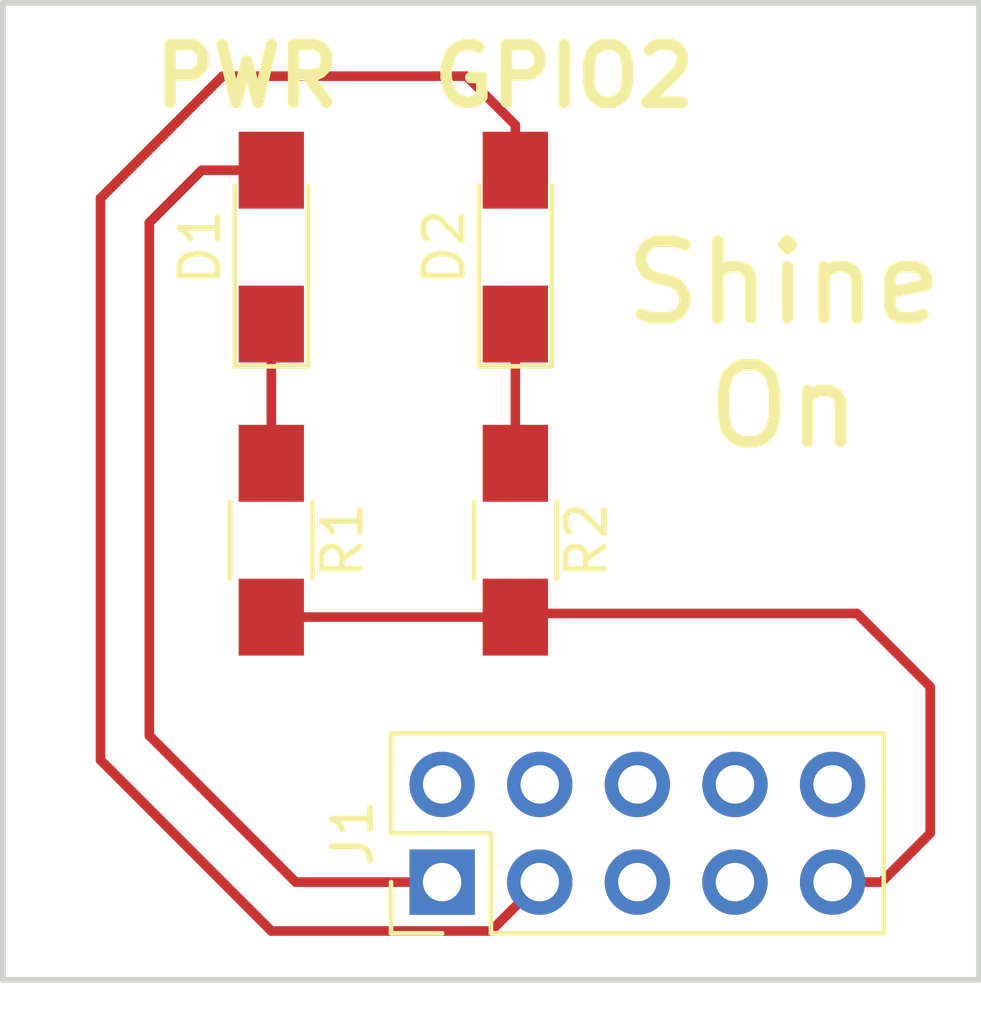
<source format=kicad_pcb>
(kicad_pcb (version 4) (host pcbnew 4.0.6)

  (general
    (links 6)
    (no_connects 0)
    (area 149.784999 110.414999 175.335001 135.965001)
    (thickness 1.6)
    (drawings 7)
    (tracks 22)
    (zones 0)
    (modules 5)
    (nets 13)
  )

  (page A4)
  (layers
    (0 F.Cu signal)
    (31 B.Cu signal)
    (32 B.Adhes user)
    (33 F.Adhes user)
    (34 B.Paste user)
    (35 F.Paste user)
    (36 B.SilkS user)
    (37 F.SilkS user)
    (38 B.Mask user)
    (39 F.Mask user)
    (40 Dwgs.User user)
    (41 Cmts.User user)
    (42 Eco1.User user)
    (43 Eco2.User user)
    (44 Edge.Cuts user)
    (45 Margin user)
    (46 B.CrtYd user)
    (47 F.CrtYd user)
    (48 B.Fab user)
    (49 F.Fab user)
  )

  (setup
    (last_trace_width 0.25)
    (trace_clearance 0.2)
    (zone_clearance 0.508)
    (zone_45_only no)
    (trace_min 0.2)
    (segment_width 0.2)
    (edge_width 0.15)
    (via_size 0.6)
    (via_drill 0.4)
    (via_min_size 0.4)
    (via_min_drill 0.3)
    (uvia_size 0.3)
    (uvia_drill 0.1)
    (uvias_allowed no)
    (uvia_min_size 0.2)
    (uvia_min_drill 0.1)
    (pcb_text_width 0.3)
    (pcb_text_size 1.5 1.5)
    (mod_edge_width 0.15)
    (mod_text_size 1 1)
    (mod_text_width 0.15)
    (pad_size 1.524 1.524)
    (pad_drill 0.762)
    (pad_to_mask_clearance 0.2)
    (aux_axis_origin 0 0)
    (visible_elements 7FFFFFFF)
    (pcbplotparams
      (layerselection 0x00030_80000001)
      (usegerberextensions false)
      (excludeedgelayer true)
      (linewidth 0.100000)
      (plotframeref false)
      (viasonmask false)
      (mode 1)
      (useauxorigin false)
      (hpglpennumber 1)
      (hpglpenspeed 20)
      (hpglpendiameter 15)
      (hpglpenoverlay 2)
      (psnegative false)
      (psa4output false)
      (plotreference true)
      (plotvalue true)
      (plotinvisibletext false)
      (padsonsilk false)
      (subtractmaskfromsilk false)
      (outputformat 1)
      (mirror false)
      (drillshape 1)
      (scaleselection 1)
      (outputdirectory ""))
  )

  (net 0 "")
  (net 1 "Net-(D1-Pad1)")
  (net 2 "Net-(D1-Pad2)")
  (net 3 "Net-(D2-Pad1)")
  (net 4 "Net-(D2-Pad2)")
  (net 5 "Net-(J1-Pad2)")
  (net 6 "Net-(J1-Pad4)")
  (net 7 "Net-(J1-Pad5)")
  (net 8 "Net-(J1-Pad6)")
  (net 9 "Net-(J1-Pad7)")
  (net 10 "Net-(J1-Pad8)")
  (net 11 "Net-(J1-Pad9)")
  (net 12 "Net-(J1-Pad10)")

  (net_class Default "This is the default net class."
    (clearance 0.2)
    (trace_width 0.25)
    (via_dia 0.6)
    (via_drill 0.4)
    (uvia_dia 0.3)
    (uvia_drill 0.1)
    (add_net "Net-(D1-Pad1)")
    (add_net "Net-(D1-Pad2)")
    (add_net "Net-(D2-Pad1)")
    (add_net "Net-(D2-Pad2)")
    (add_net "Net-(J1-Pad10)")
    (add_net "Net-(J1-Pad2)")
    (add_net "Net-(J1-Pad4)")
    (add_net "Net-(J1-Pad5)")
    (add_net "Net-(J1-Pad6)")
    (add_net "Net-(J1-Pad7)")
    (add_net "Net-(J1-Pad8)")
    (add_net "Net-(J1-Pad9)")
  )

  (module LEDs:LED_1206_HandSoldering (layer F.Cu) (tedit 5ADA959D) (tstamp 5AD747B6)
    (at 156.845 116.84 90)
    (descr "LED SMD 1206, hand soldering")
    (tags "LED 1206")
    (path /5AD74140)
    (attr smd)
    (fp_text reference D1 (at 0 -1.85 90) (layer F.SilkS)
      (effects (font (size 1 1) (thickness 0.15)))
    )
    (fp_text value LED (at 0 1.9 90) (layer F.Fab) hide
      (effects (font (size 1 1) (thickness 0.15)))
    )
    (fp_line (start -3.1 -0.95) (end -3.1 0.95) (layer F.SilkS) (width 0.12))
    (fp_line (start -0.4 0) (end 0.2 -0.4) (layer F.Fab) (width 0.1))
    (fp_line (start 0.2 -0.4) (end 0.2 0.4) (layer F.Fab) (width 0.1))
    (fp_line (start 0.2 0.4) (end -0.4 0) (layer F.Fab) (width 0.1))
    (fp_line (start -0.45 -0.4) (end -0.45 0.4) (layer F.Fab) (width 0.1))
    (fp_line (start -1.6 0.8) (end -1.6 -0.8) (layer F.Fab) (width 0.1))
    (fp_line (start 1.6 0.8) (end -1.6 0.8) (layer F.Fab) (width 0.1))
    (fp_line (start 1.6 -0.8) (end 1.6 0.8) (layer F.Fab) (width 0.1))
    (fp_line (start -1.6 -0.8) (end 1.6 -0.8) (layer F.Fab) (width 0.1))
    (fp_line (start -3.1 0.95) (end 1.6 0.95) (layer F.SilkS) (width 0.12))
    (fp_line (start -3.1 -0.95) (end 1.6 -0.95) (layer F.SilkS) (width 0.12))
    (fp_line (start -3.25 -1.11) (end 3.25 -1.11) (layer F.CrtYd) (width 0.05))
    (fp_line (start -3.25 -1.11) (end -3.25 1.1) (layer F.CrtYd) (width 0.05))
    (fp_line (start 3.25 1.1) (end 3.25 -1.11) (layer F.CrtYd) (width 0.05))
    (fp_line (start 3.25 1.1) (end -3.25 1.1) (layer F.CrtYd) (width 0.05))
    (pad 1 smd rect (at -2 0 90) (size 2 1.7) (layers F.Cu F.Paste F.Mask)
      (net 1 "Net-(D1-Pad1)"))
    (pad 2 smd rect (at 2 0 90) (size 2 1.7) (layers F.Cu F.Paste F.Mask)
      (net 2 "Net-(D1-Pad2)"))
    (model ${KISYS3DMOD}/LEDs.3dshapes/LED_1206.wrl
      (at (xyz 0 0 0))
      (scale (xyz 1 1 1))
      (rotate (xyz 0 0 180))
    )
  )

  (module LEDs:LED_1206_HandSoldering (layer F.Cu) (tedit 5ADA95A2) (tstamp 5AD747BC)
    (at 163.195 116.84 90)
    (descr "LED SMD 1206, hand soldering")
    (tags "LED 1206")
    (path /5AD741CC)
    (attr smd)
    (fp_text reference D2 (at 0 -1.85 90) (layer F.SilkS)
      (effects (font (size 1 1) (thickness 0.15)))
    )
    (fp_text value LED (at 0 1.9 90) (layer F.Fab) hide
      (effects (font (size 1 1) (thickness 0.15)))
    )
    (fp_line (start -3.1 -0.95) (end -3.1 0.95) (layer F.SilkS) (width 0.12))
    (fp_line (start -0.4 0) (end 0.2 -0.4) (layer F.Fab) (width 0.1))
    (fp_line (start 0.2 -0.4) (end 0.2 0.4) (layer F.Fab) (width 0.1))
    (fp_line (start 0.2 0.4) (end -0.4 0) (layer F.Fab) (width 0.1))
    (fp_line (start -0.45 -0.4) (end -0.45 0.4) (layer F.Fab) (width 0.1))
    (fp_line (start -1.6 0.8) (end -1.6 -0.8) (layer F.Fab) (width 0.1))
    (fp_line (start 1.6 0.8) (end -1.6 0.8) (layer F.Fab) (width 0.1))
    (fp_line (start 1.6 -0.8) (end 1.6 0.8) (layer F.Fab) (width 0.1))
    (fp_line (start -1.6 -0.8) (end 1.6 -0.8) (layer F.Fab) (width 0.1))
    (fp_line (start -3.1 0.95) (end 1.6 0.95) (layer F.SilkS) (width 0.12))
    (fp_line (start -3.1 -0.95) (end 1.6 -0.95) (layer F.SilkS) (width 0.12))
    (fp_line (start -3.25 -1.11) (end 3.25 -1.11) (layer F.CrtYd) (width 0.05))
    (fp_line (start -3.25 -1.11) (end -3.25 1.1) (layer F.CrtYd) (width 0.05))
    (fp_line (start 3.25 1.1) (end 3.25 -1.11) (layer F.CrtYd) (width 0.05))
    (fp_line (start 3.25 1.1) (end -3.25 1.1) (layer F.CrtYd) (width 0.05))
    (pad 1 smd rect (at -2 0 90) (size 2 1.7) (layers F.Cu F.Paste F.Mask)
      (net 3 "Net-(D2-Pad1)"))
    (pad 2 smd rect (at 2 0 90) (size 2 1.7) (layers F.Cu F.Paste F.Mask)
      (net 4 "Net-(D2-Pad2)"))
    (model ${KISYS3DMOD}/LEDs.3dshapes/LED_1206.wrl
      (at (xyz 0 0 0))
      (scale (xyz 1 1 1))
      (rotate (xyz 0 0 180))
    )
  )

  (module Pin_Headers:Pin_Header_Straight_2x05_Pitch2.54mm (layer F.Cu) (tedit 59650532) (tstamp 5AD747CA)
    (at 161.29 133.35 90)
    (descr "Through hole straight pin header, 2x05, 2.54mm pitch, double rows")
    (tags "Through hole pin header THT 2x05 2.54mm double row")
    (path /5AD74687)
    (fp_text reference J1 (at 1.27 -2.33 90) (layer F.SilkS)
      (effects (font (size 1 1) (thickness 0.15)))
    )
    (fp_text value CONN_02X05 (at 1.27 12.49 90) (layer F.Fab)
      (effects (font (size 1 1) (thickness 0.15)))
    )
    (fp_line (start 0 -1.27) (end 3.81 -1.27) (layer F.Fab) (width 0.1))
    (fp_line (start 3.81 -1.27) (end 3.81 11.43) (layer F.Fab) (width 0.1))
    (fp_line (start 3.81 11.43) (end -1.27 11.43) (layer F.Fab) (width 0.1))
    (fp_line (start -1.27 11.43) (end -1.27 0) (layer F.Fab) (width 0.1))
    (fp_line (start -1.27 0) (end 0 -1.27) (layer F.Fab) (width 0.1))
    (fp_line (start -1.33 11.49) (end 3.87 11.49) (layer F.SilkS) (width 0.12))
    (fp_line (start -1.33 1.27) (end -1.33 11.49) (layer F.SilkS) (width 0.12))
    (fp_line (start 3.87 -1.33) (end 3.87 11.49) (layer F.SilkS) (width 0.12))
    (fp_line (start -1.33 1.27) (end 1.27 1.27) (layer F.SilkS) (width 0.12))
    (fp_line (start 1.27 1.27) (end 1.27 -1.33) (layer F.SilkS) (width 0.12))
    (fp_line (start 1.27 -1.33) (end 3.87 -1.33) (layer F.SilkS) (width 0.12))
    (fp_line (start -1.33 0) (end -1.33 -1.33) (layer F.SilkS) (width 0.12))
    (fp_line (start -1.33 -1.33) (end 0 -1.33) (layer F.SilkS) (width 0.12))
    (fp_line (start -1.8 -1.8) (end -1.8 11.95) (layer F.CrtYd) (width 0.05))
    (fp_line (start -1.8 11.95) (end 4.35 11.95) (layer F.CrtYd) (width 0.05))
    (fp_line (start 4.35 11.95) (end 4.35 -1.8) (layer F.CrtYd) (width 0.05))
    (fp_line (start 4.35 -1.8) (end -1.8 -1.8) (layer F.CrtYd) (width 0.05))
    (fp_text user %R (at 1.27 5.08 180) (layer F.Fab)
      (effects (font (size 1 1) (thickness 0.15)))
    )
    (pad 1 thru_hole rect (at 0 0 90) (size 1.7 1.7) (drill 1) (layers *.Cu *.Mask)
      (net 2 "Net-(D1-Pad2)"))
    (pad 2 thru_hole oval (at 2.54 0 90) (size 1.7 1.7) (drill 1) (layers *.Cu *.Mask)
      (net 5 "Net-(J1-Pad2)"))
    (pad 3 thru_hole oval (at 0 2.54 90) (size 1.7 1.7) (drill 1) (layers *.Cu *.Mask)
      (net 4 "Net-(D2-Pad2)"))
    (pad 4 thru_hole oval (at 2.54 2.54 90) (size 1.7 1.7) (drill 1) (layers *.Cu *.Mask)
      (net 6 "Net-(J1-Pad4)"))
    (pad 5 thru_hole oval (at 0 5.08 90) (size 1.7 1.7) (drill 1) (layers *.Cu *.Mask)
      (net 7 "Net-(J1-Pad5)"))
    (pad 6 thru_hole oval (at 2.54 5.08 90) (size 1.7 1.7) (drill 1) (layers *.Cu *.Mask)
      (net 8 "Net-(J1-Pad6)"))
    (pad 7 thru_hole oval (at 0 7.62 90) (size 1.7 1.7) (drill 1) (layers *.Cu *.Mask)
      (net 9 "Net-(J1-Pad7)"))
    (pad 8 thru_hole oval (at 2.54 7.62 90) (size 1.7 1.7) (drill 1) (layers *.Cu *.Mask)
      (net 10 "Net-(J1-Pad8)"))
    (pad 9 thru_hole oval (at 0 10.16 90) (size 1.7 1.7) (drill 1) (layers *.Cu *.Mask)
      (net 11 "Net-(J1-Pad9)"))
    (pad 10 thru_hole oval (at 2.54 10.16 90) (size 1.7 1.7) (drill 1) (layers *.Cu *.Mask)
      (net 12 "Net-(J1-Pad10)"))
    (model ${KISYS3DMOD}/Pin_Headers.3dshapes/Pin_Header_Straight_2x05_Pitch2.54mm.wrl
      (at (xyz 0 0 0))
      (scale (xyz 1 1 1))
      (rotate (xyz 0 0 0))
    )
  )

  (module Resistors_SMD:R_1206_HandSoldering (layer F.Cu) (tedit 5ADA9598) (tstamp 5AD747D0)
    (at 156.845 124.46 270)
    (descr "Resistor SMD 1206, hand soldering")
    (tags "resistor 1206")
    (path /5AD7420E)
    (attr smd)
    (fp_text reference R1 (at 0 -1.85 270) (layer F.SilkS)
      (effects (font (size 1 1) (thickness 0.15)))
    )
    (fp_text value 200 (at 0 1.9 270) (layer F.Fab) hide
      (effects (font (size 1 1) (thickness 0.15)))
    )
    (fp_text user %R (at 0 0 270) (layer F.Fab)
      (effects (font (size 0.7 0.7) (thickness 0.105)))
    )
    (fp_line (start -1.6 0.8) (end -1.6 -0.8) (layer F.Fab) (width 0.1))
    (fp_line (start 1.6 0.8) (end -1.6 0.8) (layer F.Fab) (width 0.1))
    (fp_line (start 1.6 -0.8) (end 1.6 0.8) (layer F.Fab) (width 0.1))
    (fp_line (start -1.6 -0.8) (end 1.6 -0.8) (layer F.Fab) (width 0.1))
    (fp_line (start 1 1.07) (end -1 1.07) (layer F.SilkS) (width 0.12))
    (fp_line (start -1 -1.07) (end 1 -1.07) (layer F.SilkS) (width 0.12))
    (fp_line (start -3.25 -1.11) (end 3.25 -1.11) (layer F.CrtYd) (width 0.05))
    (fp_line (start -3.25 -1.11) (end -3.25 1.1) (layer F.CrtYd) (width 0.05))
    (fp_line (start 3.25 1.1) (end 3.25 -1.11) (layer F.CrtYd) (width 0.05))
    (fp_line (start 3.25 1.1) (end -3.25 1.1) (layer F.CrtYd) (width 0.05))
    (pad 1 smd rect (at -2 0 270) (size 2 1.7) (layers F.Cu F.Paste F.Mask)
      (net 1 "Net-(D1-Pad1)"))
    (pad 2 smd rect (at 2 0 270) (size 2 1.7) (layers F.Cu F.Paste F.Mask)
      (net 11 "Net-(J1-Pad9)"))
    (model ${KISYS3DMOD}/Resistors_SMD.3dshapes/R_1206.wrl
      (at (xyz 0 0 0))
      (scale (xyz 1 1 1))
      (rotate (xyz 0 0 0))
    )
  )

  (module Resistors_SMD:R_1206_HandSoldering (layer F.Cu) (tedit 5ADA95A7) (tstamp 5AD747D6)
    (at 163.195 124.46 270)
    (descr "Resistor SMD 1206, hand soldering")
    (tags "resistor 1206")
    (path /5AD745B5)
    (attr smd)
    (fp_text reference R2 (at 0 -1.85 270) (layer F.SilkS)
      (effects (font (size 1 1) (thickness 0.15)))
    )
    (fp_text value 200 (at 0 1.9 270) (layer F.Fab) hide
      (effects (font (size 1 1) (thickness 0.15)))
    )
    (fp_text user %R (at 0 0 270) (layer F.Fab)
      (effects (font (size 0.7 0.7) (thickness 0.105)))
    )
    (fp_line (start -1.6 0.8) (end -1.6 -0.8) (layer F.Fab) (width 0.1))
    (fp_line (start 1.6 0.8) (end -1.6 0.8) (layer F.Fab) (width 0.1))
    (fp_line (start 1.6 -0.8) (end 1.6 0.8) (layer F.Fab) (width 0.1))
    (fp_line (start -1.6 -0.8) (end 1.6 -0.8) (layer F.Fab) (width 0.1))
    (fp_line (start 1 1.07) (end -1 1.07) (layer F.SilkS) (width 0.12))
    (fp_line (start -1 -1.07) (end 1 -1.07) (layer F.SilkS) (width 0.12))
    (fp_line (start -3.25 -1.11) (end 3.25 -1.11) (layer F.CrtYd) (width 0.05))
    (fp_line (start -3.25 -1.11) (end -3.25 1.1) (layer F.CrtYd) (width 0.05))
    (fp_line (start 3.25 1.1) (end 3.25 -1.11) (layer F.CrtYd) (width 0.05))
    (fp_line (start 3.25 1.1) (end -3.25 1.1) (layer F.CrtYd) (width 0.05))
    (pad 1 smd rect (at -2 0 270) (size 2 1.7) (layers F.Cu F.Paste F.Mask)
      (net 3 "Net-(D2-Pad1)"))
    (pad 2 smd rect (at 2 0 270) (size 2 1.7) (layers F.Cu F.Paste F.Mask)
      (net 11 "Net-(J1-Pad9)"))
    (model ${KISYS3DMOD}/Resistors_SMD.3dshapes/R_1206.wrl
      (at (xyz 0 0 0))
      (scale (xyz 1 1 1))
      (rotate (xyz 0 0 0))
    )
  )

  (gr_text GPIO2 (at 164.465 112.395) (layer F.SilkS)
    (effects (font (size 1.5 1.5) (thickness 0.3)))
  )
  (gr_text PWR (at 156.21 112.395) (layer F.SilkS)
    (effects (font (size 1.5 1.5) (thickness 0.3)))
  )
  (gr_text "Shine\nOn" (at 170.18 119.38) (layer F.SilkS)
    (effects (font (size 2 2) (thickness 0.3)))
  )
  (gr_line (start 149.86 135.89) (end 175.26 135.89) (angle 90) (layer Edge.Cuts) (width 0.15))
  (gr_line (start 149.86 110.49) (end 149.86 135.89) (angle 90) (layer Edge.Cuts) (width 0.15))
  (gr_line (start 175.26 110.49) (end 149.86 110.49) (angle 90) (layer Edge.Cuts) (width 0.15))
  (gr_line (start 175.26 135.89) (end 175.26 110.49) (angle 90) (layer Edge.Cuts) (width 0.15))

  (segment (start 156.845 118.84) (end 156.845 122.46) (width 0.25) (layer F.Cu) (net 1))
  (segment (start 156.845 114.84) (end 155.035 114.84) (width 0.25) (layer F.Cu) (net 2))
  (segment (start 157.48 133.35) (end 161.29 133.35) (width 0.25) (layer F.Cu) (net 2) (tstamp 5ADA94C9))
  (segment (start 153.67 129.54) (end 157.48 133.35) (width 0.25) (layer F.Cu) (net 2) (tstamp 5ADA94C7))
  (segment (start 153.67 116.205) (end 153.67 129.54) (width 0.25) (layer F.Cu) (net 2) (tstamp 5ADA94C5))
  (segment (start 155.035 114.84) (end 153.67 116.205) (width 0.25) (layer F.Cu) (net 2) (tstamp 5ADA94C3))
  (segment (start 163.195 118.84) (end 163.195 122.46) (width 0.25) (layer F.Cu) (net 3))
  (segment (start 163.195 114.84) (end 163.195 113.665) (width 0.25) (layer F.Cu) (net 4))
  (segment (start 162.56 134.62) (end 163.83 133.35) (width 0.25) (layer F.Cu) (net 4) (tstamp 5ADA94F1))
  (segment (start 156.845 134.62) (end 162.56 134.62) (width 0.25) (layer F.Cu) (net 4) (tstamp 5ADA94EA))
  (segment (start 152.4 130.175) (end 156.845 134.62) (width 0.25) (layer F.Cu) (net 4) (tstamp 5ADA94E3))
  (segment (start 152.4 115.57) (end 152.4 130.175) (width 0.25) (layer F.Cu) (net 4) (tstamp 5ADA94D7))
  (segment (start 155.575 112.395) (end 152.4 115.57) (width 0.25) (layer F.Cu) (net 4) (tstamp 5ADA94D3))
  (segment (start 161.925 112.395) (end 155.575 112.395) (width 0.25) (layer F.Cu) (net 4) (tstamp 5ADA94D1))
  (segment (start 163.195 113.665) (end 161.925 112.395) (width 0.25) (layer F.Cu) (net 4) (tstamp 5ADA94CD))
  (segment (start 163.195 126.46) (end 156.845 126.46) (width 0.25) (layer F.Cu) (net 11))
  (segment (start 171.45 133.35) (end 172.72 133.35) (width 0.25) (layer F.Cu) (net 11))
  (segment (start 173.99 132.08) (end 172.72 133.35) (width 0.25) (layer F.Cu) (net 11) (tstamp 5ADA9450))
  (segment (start 173.99 128.27) (end 173.99 132.08) (width 0.25) (layer F.Cu) (net 11) (tstamp 5ADA944A))
  (segment (start 172.085 126.365) (end 173.99 128.27) (width 0.25) (layer F.Cu) (net 11) (tstamp 5ADA9443))
  (segment (start 172.085 126.365) (end 163.29 126.365) (width 0.25) (layer F.Cu) (net 11) (tstamp 5ADA9438))
  (segment (start 163.195 126.46) (end 163.29 126.365) (width 0.25) (layer F.Cu) (net 11) (tstamp 5ADA9434))

)

</source>
